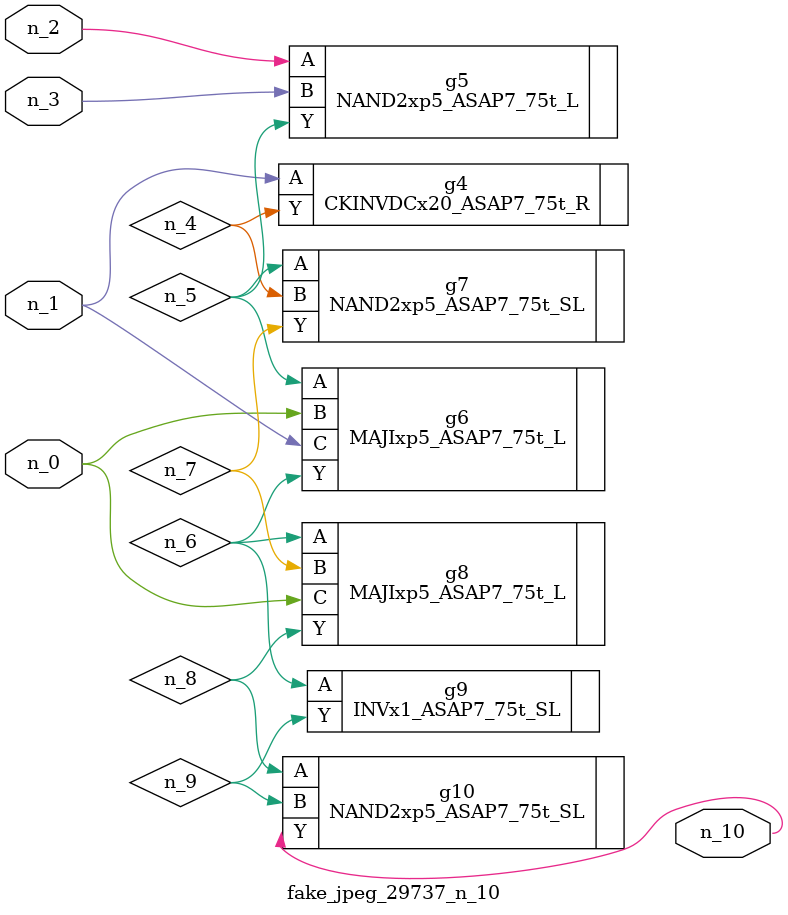
<source format=v>
module fake_jpeg_29737_n_10 (n_0, n_3, n_2, n_1, n_10);

input n_0;
input n_3;
input n_2;
input n_1;

output n_10;

wire n_4;
wire n_8;
wire n_9;
wire n_6;
wire n_5;
wire n_7;

CKINVDCx20_ASAP7_75t_R g4 ( 
.A(n_1),
.Y(n_4)
);

NAND2xp5_ASAP7_75t_L g5 ( 
.A(n_2),
.B(n_3),
.Y(n_5)
);

MAJIxp5_ASAP7_75t_L g6 ( 
.A(n_5),
.B(n_0),
.C(n_1),
.Y(n_6)
);

MAJIxp5_ASAP7_75t_L g8 ( 
.A(n_6),
.B(n_7),
.C(n_0),
.Y(n_8)
);

NAND2xp5_ASAP7_75t_SL g7 ( 
.A(n_5),
.B(n_4),
.Y(n_7)
);

NAND2xp5_ASAP7_75t_SL g10 ( 
.A(n_8),
.B(n_9),
.Y(n_10)
);

INVx1_ASAP7_75t_SL g9 ( 
.A(n_6),
.Y(n_9)
);


endmodule
</source>
